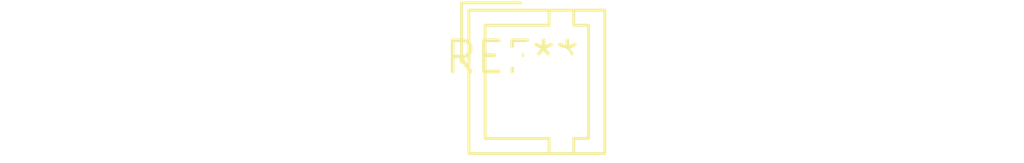
<source format=kicad_pcb>
(kicad_pcb (version 20240108) (generator pcbnew)
  (layers (0 "F.Cu" signal) (31 "B.Cu" signal) (34 "B.Paste" user) (35 "F.Paste" user) (36 "B.SilkS" user "B.Silkscreen") (37 "F.SilkS" user "F.Silkscreen") (38 "B.Mask" user) (39 "F.Mask" user) (44 "Edge.Cuts" user))
  (net 0 "")
  (footprint "JAE_LY20-4P-DT1_2x02_P2.00mm_Vertical" (layer "F.Cu") (at 0 0)
    (property "Reference" "REF**")
    (property "Value" "JAE_LY20-4P-DT1_2x02_P2.00mm_Vertical")
    (fp_line (start -2.06 -2.21) (end -2.06 0.2) (layer "F.SilkS") (stroke (width 0.12)))
    (fp_line (start -1.76 -1.91) (end -1.76 3.91) (layer "F.SilkS") (stroke (width 0.12)))
    (fp_line (start -1.76 3.91) (end 3.76 3.91) (layer "F.SilkS") (stroke (width 0.12)))
    (fp_line (start -1.1 -1.3) (end -1.1 1) (layer "F.SilkS") (stroke (width 0.12)))
    (fp_line (start -1.1 3.3) (end -1.1 1) (layer "F.SilkS") (stroke (width 0.12)))
    (fp_line (start 0.35 -2.21) (end -2.06 -2.21) (layer "F.SilkS") (stroke (width 0.12)))
    (fp_line (start 1.5 -1.91) (end 1.5 -1.3) (layer "F.SilkS") (stroke (width 0.12)))
    (fp_line (start 1.5 -1.3) (end -1.1 -1.3) (layer "F.SilkS") (stroke (width 0.12)))
    (fp_line (start 1.5 3.3) (end -1.1 3.3) (layer "F.SilkS") (stroke (width 0.12)))
    (fp_line (start 1.5 3.91) (end 1.5 3.3) (layer "F.SilkS") (stroke (width 0.12)))
    (fp_line (start 2.5 -1.91) (end 2.5 -1.3) (layer "F.SilkS") (stroke (width 0.12)))
    (fp_line (start 2.5 -1.3) (end 3.1 -1.3) (layer "F.SilkS") (stroke (width 0.12)))
    (fp_line (start 2.5 3.3) (end 3.1 3.3) (layer "F.SilkS") (stroke (width 0.12)))
    (fp_line (start 2.5 3.91) (end 2.5 3.3) (layer "F.SilkS") (stroke (width 0.12)))
    (fp_line (start 3.1 -1.3) (end 3.1 1) (layer "F.SilkS") (stroke (width 0.12)))
    (fp_line (start 3.1 3.3) (end 3.1 1) (layer "F.SilkS") (stroke (width 0.12)))
    (fp_line (start 3.76 -1.91) (end -1.76 -1.91) (layer "F.SilkS") (stroke (width 0.12)))
    (fp_line (start 3.76 3.91) (end 3.76 -1.91) (layer "F.SilkS") (stroke (width 0.12)))
    (pad "a1" thru_hole roundrect (at 0 0) (size 1.2 1.2) (drill 0.8) (layers *.Cu *.Mask) (remove_unused_layers) (roundrect_rratio 0.208333))
    (pad "a2" thru_hole circle (at 0 2) (size 1.2 1.2) (drill 0.8) (layers *.Cu *.Mask) (remove_unused_layers))
    (pad "b1" thru_hole circle (at 2 0) (size 1.2 1.2) (drill 0.8) (layers *.Cu *.Mask) (remove_unused_layers))
    (pad "b2" thru_hole circle (at 2 2) (size 1.2 1.2) (drill 0.8) (layers *.Cu *.Mask) (remove_unused_layers))
  )
)
</source>
